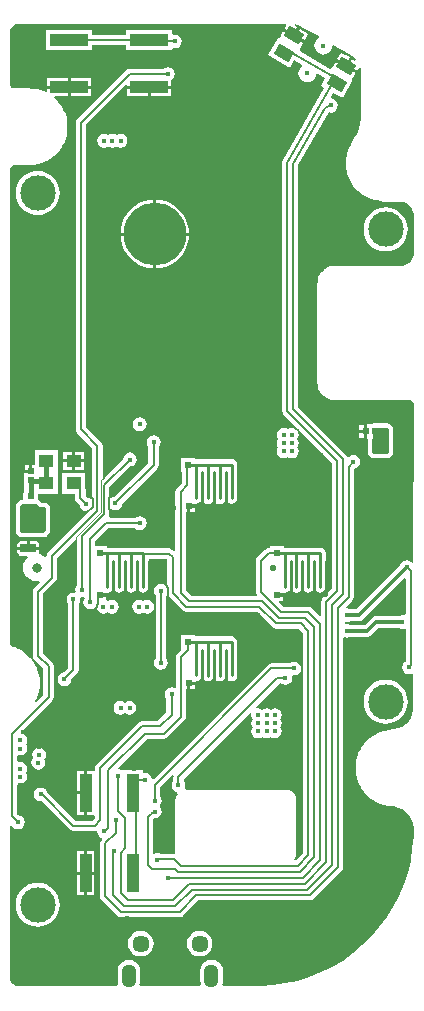
<source format=gbl>
%FSTAX23Y23*%
%MOIN*%
%SFA1B1*%

%IPPOS*%
%AMD21*
4,1,8,0.008300,0.009800,-0.008300,0.009800,-0.010800,0.007300,-0.010800,-0.007300,-0.008300,-0.009800,0.008300,-0.009800,0.010800,-0.007300,0.010800,0.007300,0.008300,0.009800,0.0*
1,1,0.005000,0.008300,0.007300*
1,1,0.005000,-0.008300,0.007300*
1,1,0.005000,-0.008300,-0.007300*
1,1,0.005000,0.008300,-0.007300*
%
%AMD44*
4,1,4,-0.034500,-0.002800,0.014800,-0.031300,0.034500,0.002800,-0.014800,0.031300,-0.034500,-0.002800,0.0*
%
%AMD88*
4,1,8,-0.023600,0.017600,-0.023600,-0.017600,-0.003800,-0.037400,0.003800,-0.037400,0.023600,-0.017600,0.023600,0.017600,0.003800,0.037400,-0.003800,0.037400,-0.023600,0.017600,0.0*
1,1,0.039600,-0.003800,0.017600*
1,1,0.039600,-0.003800,-0.017600*
1,1,0.039600,0.003800,-0.017600*
1,1,0.039600,0.003800,0.017600*
%
%AMD97*
4,1,8,-0.021900,-0.014900,0.021900,-0.014900,0.025600,-0.011200,0.025600,0.011200,0.021900,0.014900,-0.021900,0.014900,-0.025600,0.011200,-0.025600,-0.011200,-0.021900,-0.014900,0.0*
1,1,0.007400,-0.021900,-0.011200*
1,1,0.007400,0.021900,-0.011200*
1,1,0.007400,0.021900,0.011200*
1,1,0.007400,-0.021900,0.011200*
%
%ADD10C,0.009800*%
%ADD11C,0.003900*%
%ADD12C,0.007900*%
%ADD13C,0.005900*%
%ADD14C,0.015700*%
G04~CAMADD=21~8~0.0~0.0~217.0~197.0~25.0~0.0~15~0.0~0.0~0.0~0.0~0~0.0~0.0~0.0~0.0~0~0.0~0.0~0.0~0.0~217.0~197.0*
%ADD21D21*%
%ADD26R,0.022800X0.021300*%
%ADD33R,0.021300X0.022800*%
G04~CAMADD=44~9~0.0~0.0~571.0~394.0~0.0~0.0~0~0.0~0.0~0.0~0.0~0~0.0~0.0~0.0~0.0~0~0.0~0.0~0.0~150.0~690.0~625.0*
%ADD44D44*%
%ADD83C,0.011800*%
%ADD87C,0.057100*%
G04~CAMADD=88~8~0.0~0.0~748.0~472.0~198.0~0.0~15~0.0~0.0~0.0~0.0~0~0.0~0.0~0.0~0.0~0~0.0~0.0~0.0~90.0~472.0~748.0*
%ADD88D88*%
%ADD89C,0.015700*%
%ADD90C,0.031500*%
%ADD91C,0.021700*%
%ADD92C,0.208700*%
%ADD93C,0.118100*%
%ADD94C,0.017700*%
%ADD96R,0.051200X0.043300*%
G04~CAMADD=97~8~0.0~0.0~512.0~299.0~37.0~0.0~15~0.0~0.0~0.0~0.0~0~0.0~0.0~0.0~0.0~0~0.0~0.0~0.0~180.0~512.0~298.0*
%ADD97D97*%
%ADD98R,0.019700X0.019700*%
%ADD99R,0.039400X0.126000*%
%ADD100R,0.126000X0.039400*%
%ADD101C,0.006900*%
%LNright_board-1*%
%LPD*%
G36*
X03376Y04397D02*
X03379Y04393D01*
Y04392*
X03373Y04381*
X03402Y04365*
X03414Y04386*
X03406Y04391*
X03408Y04396*
X03416Y04394*
X03429Y04388*
X03435Y04384*
X03435Y04384*
X03435Y04384*
X03486Y04355*
X03486Y04349*
X0348Y04345*
X03476Y04339*
X03473Y04332*
X03472Y04324*
X03473Y04316*
X03476Y04309*
X0348Y04303*
X03487Y04298*
X03494Y04295*
X03502Y04294*
X03509Y04295*
X03516Y04298*
X03523Y04303*
X03527Y04309*
X0353Y04316*
X03531Y04323*
X03535Y04326*
X03595Y04292*
X03599Y04289*
X03606Y04284*
X03611Y04278*
X03608Y04274*
X03599Y0428*
X03586Y04258*
X03615Y04241*
X03621Y0425*
X03626Y0425*
X03627Y04245*
X03628Y04236*
X03628Y04232*
X03628Y04231*
X03628Y04231*
Y04089*
Y04089*
X03628Y0408*
X03625Y04063*
X03621Y04046*
X03613Y0403*
X03608Y04023*
X03608Y04022*
X03608Y04022*
X03593Y03995*
Y03995*
X03593Y03994*
X03588Y03985*
X03588Y03985*
X03588Y03984*
X03581Y03964*
X03581Y03964*
X0358Y03963*
X03577Y03942*
Y03941*
X03577Y0394*
X03578Y0392*
X03578Y03919*
Y03918*
X03582Y03898*
X03582Y03897*
X03582Y03896*
X0359Y03877*
X0359Y03876*
X03591Y03875*
X03601Y03857*
X03602Y03857*
X03602Y03856*
X03616Y0384*
X03617Y0384*
X03617Y03839*
X03633Y03826*
X03634Y03826*
X03635Y03825*
X03653Y03815*
X03654Y03815*
X03655Y03815*
X03674Y03808*
X03675Y03808*
X03676Y03808*
X03697Y03805*
X03697Y03805*
X03698Y03804*
X03708Y03804*
X03708*
X03708*
X03762*
X03771Y03802*
X03779Y03799*
X03787Y03794*
X03793Y03787*
X03798Y0378*
X03802Y03771*
X03804Y03762*
Y03758*
X03803Y03631*
Y03627*
X03802Y0362*
X03799Y03612*
X03794Y03606*
X03789Y036*
X03782Y03596*
X03775Y03593*
X03767Y03591*
X03763*
X03543*
X03542Y03591*
X03542Y03591*
X03537Y03591*
X03536Y03591*
X03536*
X03526Y03589*
X03525Y03589*
X03524Y03588*
X03515Y03585*
X03514Y03584*
X03513Y03584*
X03505Y03578*
X03504Y03578*
X03504Y03577*
X03497Y0357*
X03496Y03569*
X03495Y03569*
X0349Y0356*
X0349Y03559*
X03489Y03559*
X03485Y0355*
X03485Y03549*
X03485Y03548*
X03483Y03538*
Y03537*
X03483Y03537*
X03482Y03532*
Y03531*
Y03531*
Y03202*
Y03202*
Y03201*
X03483Y03196*
X03483Y03196*
Y03195*
X03485Y03185*
X03485Y03184*
X03485Y03183*
X03489Y03174*
X0349Y03174*
X0349Y03173*
X03495Y03164*
X03496Y03164*
X03497Y03163*
X03504Y03156*
X03504Y03155*
X03505Y03155*
X03513Y03149*
X03514Y03149*
X03515Y03148*
X03524Y03145*
X03525Y03144*
X03526Y03144*
X03536Y03142*
X03536*
X03537Y03142*
X03542Y03142*
X03542*
X03543*
X03791*
X03791*
X03793*
X03798Y0314*
X03801Y03136*
X03803Y03132*
X03803Y0313*
Y03129*
X03803Y03129*
X03802Y02602*
X03797Y026*
X03796Y02602*
X03789Y02607*
X0378Y02608*
X03771Y02607*
X03764Y02602*
X03759Y02594*
X03758Y02592*
X03611Y02445*
X03591*
X03589Y02446*
X0358Y02448*
X03579Y0245*
X03578Y02452*
X03598Y02473*
X03602Y02478*
X03603Y02485*
Y02912*
X03605Y02914*
X03611Y02915*
X03618Y0292*
X03623Y02928*
X03625Y02937*
X03623Y02945*
X03618Y02953*
X03611Y02958*
X03602Y0296*
X03593Y02958*
X03587Y02954*
X03584Y02954*
X03581Y02955*
X03579Y02959*
X03418Y0312*
Y03925*
X03521Y04102*
X03522Y04103*
X03527Y04101*
X03536Y04103*
X03543Y04108*
X03548Y04116*
X0355Y04125*
X03548Y04133*
X03543Y04141*
X03536Y04146*
X0353Y04147*
X03527Y04152*
X03535Y04166*
X03566Y04148*
X03599Y04206*
X03599Y04207*
Y04212*
X0361Y04233*
X03577Y04252*
X03544Y04271*
X03531Y0425*
X03527Y04248*
X03526Y04249*
X03525Y04247*
X03423Y04306*
X03424Y04308*
X03423Y04308*
Y04314*
X03435Y04334*
X03401Y04353*
X03368Y04373*
X03356Y04351*
X03351Y0435*
X0335Y0435*
X03317Y04292*
X0339Y0425*
X03405Y04276*
X0343Y04261*
X0343Y04255*
X03427Y04253*
X03423Y04247*
X0342Y0424*
X03419Y04232*
X0342Y04224*
X03423Y04217*
X03427Y04211*
X03433Y04206*
X03441Y04203*
X03448Y04202*
X03456Y04203*
X03463Y04206*
X03469Y04211*
X03474Y04217*
X03477Y04224*
X03478Y04228*
X03483Y04231*
X03508Y04217*
X03493Y04191*
X03505Y04183*
X03367Y03943*
X03366Y03942*
X03366Y03941*
X03365Y03939*
X03365Y03936*
Y03935*
X03364Y03934*
Y03105*
X03366Y03099*
X03369Y03093*
X03413Y0305*
X0341Y03046*
X03406Y03048*
X03397Y0305*
X03388Y03048*
X03383Y03045*
X03378Y03048*
X0337Y0305*
X03361Y03048*
X03353Y03043*
X03348Y03036*
X03347Y03027*
X03348Y03018*
X03352Y03013*
X03348Y03008*
X03347Y03*
X03348Y02991*
X03352Y02986*
X03348Y02981*
X03347Y02972*
X03348Y02963*
X03353Y02956*
X03361Y02951*
X0337Y02949*
X03378Y02951*
X03383Y02954*
X03388Y02951*
X03397Y02949*
X03406Y02951*
X03414Y02956*
X03419Y02963*
X0342Y02972*
X03419Y02981*
X03415Y02986*
X03419Y02991*
X0342Y03*
X03419Y03008*
X03415Y03013*
X03419Y03018*
X0342Y03027*
X03419Y03036*
X03416Y0304*
X0342Y03043*
X0353Y02933*
Y02512*
X03499Y02482*
X03496Y02476*
X03494Y0247*
Y02425*
X0349Y02423*
X03464Y02449*
X03459Y02452*
X03452Y02454*
X03369*
X03353Y0247*
X03355Y02474*
X03368*
Y02489*
X03348*
Y02499*
X0337*
X03372Y02501*
X03373Y02501*
X0338Y02502*
X03386Y02506*
X0339Y02511*
X03392Y02512*
X03394*
X03395Y02511*
X03399Y02506*
X03405Y02502*
X03412Y02501*
X0342Y02502*
X03426Y02506*
X03429Y02511*
X03431Y02512*
X03433*
X03435Y02511*
X03438Y02506*
X03444Y02502*
X03452Y02501*
X03459Y02502*
X03465Y02506*
X03469Y02511*
X0347Y02512*
X03472*
X03474Y02511*
X03478Y02506*
X03484Y02502*
X03491Y02501*
X03498Y02502*
X03505Y02506*
X03509Y02513*
X0351Y0252*
Y02632*
X03509Y02639*
X03505Y02646*
X03498Y0265*
X03491Y02651*
X0337*
Y02656*
X03323*
Y02649*
X0332*
X03314Y02648*
X03308Y02644*
X03282Y02618*
X03278Y02612*
X03277Y02606*
Y02504*
X03278Y02498*
X03281Y02494*
X03278Y02489*
X03062*
X03043Y02508*
Y0277*
X03048*
Y0279*
X03053*
Y02795*
X03075*
X03077Y02796*
X03078Y02796*
X03085Y02798*
X03091Y02802*
X03095Y02807*
X03097Y02807*
X03099Y02807*
X031Y02807*
X03104Y02801*
X0311Y02797*
X03117Y02796*
X03124Y02797*
X03131Y02801*
X03134Y02806*
X03136Y02807*
X03138*
X0314Y02806*
X03143Y02801*
X03149Y02797*
X03156Y02796*
X03164Y02797*
X0317Y02801*
X03173Y02807*
X03175Y02807*
X03177Y02807*
X03179Y02807*
X03182Y02802*
X03189Y02798*
X03196Y02796*
X03203Y02798*
X03209Y02802*
X03213Y02808*
X03215Y02815*
Y02927*
X03213Y02935*
X03209Y02941*
X03203Y02945*
X03196Y02946*
X03075*
Y02951*
X03028*
Y02904*
X03032*
Y02866*
X03014Y02848*
X0301Y02843*
X03009Y02836*
Y0264*
X03004Y02638*
X02999Y02644*
X02993Y02647*
X02987Y02649*
X0291*
X02908Y0265*
X02901Y02651*
X0278*
Y02656*
X02742*
Y02672*
X02786Y02716*
X02875*
X02881Y02711*
X0289Y0271*
X02899Y02711*
X02907Y02716*
X02912Y02724*
X02913Y02733*
X02912Y02742*
X02907Y02749*
X02899Y02754*
X0289Y02756*
X02881Y02754*
X02875Y0275*
X0279*
X02787Y02755*
X02788Y02756*
X02789Y02762*
Y02778*
X02794Y0278*
X028Y02776*
X02809Y02775*
X02817Y02776*
X02825Y02781*
X0283Y02789*
X02831Y02796*
X02949Y02914*
X02952Y02919*
X02954Y02926*
Y02986*
X02958Y02993*
X0296Y03002*
X02958Y0301*
X02953Y03018*
X02945Y03023*
X02937Y03025*
X02928Y03023*
X0292Y03018*
X02915Y0301*
X02913Y03002*
X02915Y02993*
X02919Y02986*
Y02933*
X02807Y02821*
X028Y02819*
X02794Y02815*
X02789Y02818*
Y02852*
X02859Y02922*
X02867Y02923*
X02874Y02928*
X02879Y02936*
X02881Y02944*
X02879Y02953*
X02874Y02961*
X02867Y02966*
X02858Y02968*
X02849Y02966*
X02841Y02961*
X02836Y02953*
X02835Y02946*
X0277Y02881*
X02766Y02883*
Y02991*
X02764Y02997*
X02761Y03003*
X02711Y03053*
Y0406*
X02845Y04195*
X02849Y04193*
Y0419*
X02922*
X02995*
Y0421*
X03Y04213*
X03005Y04221*
X03007Y0423*
X03005Y04239*
X03Y04246*
X02993Y04251*
X02984Y04253*
X02975Y04251*
X02969Y04247*
X02856*
X02849Y04246*
X02844Y04242*
X02681Y0408*
X02678Y04074*
X02676Y04067*
Y03046*
X02678Y03039*
X02681Y03034*
X02732Y02984*
Y02815*
X02727Y02812*
X02721Y02816*
X02715Y02817*
X0271Y02823*
Y02847*
X02709Y02849*
Y029*
X0263*
Y02829*
X02673*
Y02815*
X02675Y02809*
X02679Y02803*
X0269Y02792*
X02691Y02786*
X02696Y02779*
X02703Y02774*
X02712Y02772*
X02716Y02772*
X02718Y02768*
X02585Y02635*
X02581Y02629*
X0258Y02623*
Y02622*
X02575Y02619*
X02569Y02624*
X02558Y02628*
X02556Y02629*
X02553Y02634*
X02554Y02637*
Y02644*
X02518*
X02482*
Y02637*
X02483Y02632*
X02486Y02627*
X02491Y02624*
X02496Y02623*
X02515*
X02517Y02619*
X02514Y02616*
X02507Y02607*
X02502Y02596*
X02501Y02584*
X02502Y02572*
X02507Y02561*
X02514Y02552*
X02524Y02545*
X02535Y0254*
X02546Y02538*
X02555Y0254*
X02557Y02535*
X02539Y02517*
X02535Y02511*
X02534Y02504*
Y02291*
X02535Y02284*
X02539Y02279*
X02569Y02248*
Y0216*
X02545Y02136*
X02541Y02139*
X02546Y0215*
X02547Y02151*
X02547Y02151*
X02553Y02169*
X02553Y0217*
X02553Y02171*
X02556Y02189*
X02556Y0219*
X02556Y0219*
X02556Y02209*
X02556Y0221*
X02556Y0221*
X02553Y02229*
X02552Y02229*
X02552Y0223*
X02546Y02248*
X02546Y02248*
X02546Y02249*
X02537Y02266*
X02537Y02266*
X02537Y02267*
X02526Y02282*
X02525Y02282*
X02525Y02283*
X02512Y02296*
X02511Y02297*
X0251Y02297*
X02495Y02308*
X02495Y02308*
X02494Y02309*
X02478Y02317*
X02477Y02317*
X02477Y02318*
X02468Y02321*
X02468*
X02467Y02321*
X02465Y02322*
X02462Y02324*
X02459Y02328*
X02458Y02332*
X02458Y02334*
Y03912*
X02458Y03914*
X0246Y03919*
X02463Y03923*
X02468Y03925*
X0247Y03925*
X02522*
X02523*
X02523*
X02532Y03925*
X02533Y03926*
X02533*
X02552Y03929*
X02552Y03929*
X02553Y03929*
X02571Y03935*
X02571Y03935*
X02572Y03936*
X02589Y03944*
X02589Y03945*
X0259Y03945*
X02605Y03956*
X02605Y03956*
X02606Y03957*
X02619Y0397*
X02619Y03971*
X0262Y03971*
X02631Y03986*
X02631Y03987*
X02632Y03988*
X0264Y04004*
X0264Y04005*
X0264Y04006*
X02646Y04023*
X02646Y04024*
X02646Y04025*
X02649Y04043*
Y04044*
X02649Y04045*
X02649Y04063*
X02649Y04064*
X02649Y04065*
X02646Y04083*
X02646Y04084*
X02646Y04085*
X0264Y04102*
X0264Y04103*
X02639Y04104*
X02631Y0412*
X0263Y04121*
X0263Y04121*
X02619Y04136*
X02619Y04137*
X02618Y04138*
X02605Y04151*
X02607Y04155*
X02608Y04156*
X0265*
Y0418*
X02582*
Y04171*
X02577Y04168*
X02571Y04172*
X0257Y04172*
X02569Y04172*
X02552Y04178*
X02551Y04178*
X0255Y04178*
X02532Y04181*
X02531*
X02531Y04181*
X02522Y04182*
X02521*
X02521*
X02471*
X02468Y04182*
X02464Y04184*
X0246Y04187*
X02458Y04192*
X02458Y04194*
Y0437*
X02458Y04372*
X02459Y04377*
X02461Y04382*
X02464Y04387*
X02468Y04391*
X02472Y04394*
X02477Y04396*
X02483Y04397*
X02485Y04397*
X03285*
X03376*
G37*
G36*
X02681Y02676D02*
Y02525D01*
X02677Y02518*
X02675Y02509*
X02676Y02506*
X02672Y02501*
X02669Y02502*
X0266Y025*
X02653Y02495*
X02648Y02488*
X02646Y02479*
X02648Y0247*
X02652Y02464*
Y0225*
X02637Y02235*
X0263Y02233*
X02623Y02228*
X02618Y02221*
X02616Y02212*
X02618Y02203*
X02623Y02196*
X0263Y02191*
X02639Y02189*
X02648Y02191*
X02656Y02196*
X02661Y02203*
X02662Y02212*
X02681Y0223*
X02685Y02236*
X02686Y02243*
Y02464*
X0269Y0247*
X02692Y02479*
X02691Y02483*
X02695Y02487*
X02698Y02486*
X02703Y02487*
X02708Y02483*
X02708Y02483*
X02704Y02477*
X02702Y02468*
X02704Y02459*
X02709Y02452*
X02716Y02447*
X02725Y02445*
X02734Y02447*
X02741Y02452*
X02741Y02452*
X02747Y02451*
X02748Y02445*
X02753Y02438*
X0276Y02433*
X02769Y02431*
X02778Y02433*
X02783Y02436*
X02788Y02433*
X02797Y02431*
X02806Y02433*
X02813Y02438*
X02818Y02445*
X0282Y02454*
X02818Y02463*
X02813Y02471*
X02806Y02476*
X02797Y02477*
X02788Y02476*
X02783Y02472*
X02778Y02476*
X02778Y02476*
Y02489*
X02758*
Y02499*
X02779*
X02782Y02501*
X02782Y02501*
X0279Y02502*
X02796Y02506*
X02799Y02511*
X02801Y02512*
X02803*
X02805Y02511*
X02808Y02506*
X02815Y02502*
X02822Y02501*
X02829Y02502*
X02835Y02506*
X02839Y02511*
X02841Y02512*
X02842*
X02844Y02511*
X02848Y02506*
X02854Y02502*
X02861Y02501*
X02868Y02502*
X02875Y02506*
X02878Y02511*
X0288Y02512*
X02882*
X02884Y02511*
X02887Y02506*
X02893Y02502*
X02901Y02501*
X02908Y02502*
X02914Y02506*
X02918Y02513*
X0292Y0252*
Y02614*
X0298*
X02982Y02612*
Y02524*
X02977Y02522*
X02977Y02524*
X02969Y02529*
X0296Y02531*
X02951Y02529*
X02944Y02524*
X02939Y02516*
X02937Y02507*
X02939Y02499*
X02943Y02492*
Y02282*
X02939Y02276*
X02937Y02267*
X02939Y02258*
X02944Y02251*
X02951Y02246*
X0296Y02244*
X02969Y02246*
X02977Y02251*
X02982Y02258*
X02983Y02267*
X02982Y02276*
X02977Y02282*
Y02489*
X02979Y02491*
X02985Y02491*
X02987Y02487*
X03033Y02442*
X03038Y02439*
X03045Y02437*
X03282*
X03333Y02386*
X03338Y02382*
X03345Y02381*
X03421*
X03435Y02366*
Y01633*
X0341Y01608*
X03407Y01608*
X03405Y01611*
X03405Y01613*
X03407Y01617*
X0341Y01624*
X03412Y0163*
Y01634*
Y0181*
Y01814*
X0341Y0182*
X03407Y01827*
X03406Y01829*
X03404Y01832*
X03399Y01837*
X03396Y01839*
X03394Y0184*
X03387Y01843*
X03381Y01844*
X03043*
X03041Y01849*
Y01849*
X03042Y01858*
X03041Y01867*
X03036Y01873*
Y01879*
X03257Y021*
X03262Y02098*
X03261Y02093*
X03263Y02084*
X03266Y02079*
X03263Y02074*
X03261Y02065*
X03263Y02057*
X03266Y02052*
X03263Y02047*
X03261Y02038*
X03263Y02029*
X03268Y02022*
X03275Y02017*
X03284Y02015*
X03293Y02017*
X03298Y0202*
X03304Y02017*
X03313Y02015*
X03321Y02017*
X03326Y0202*
X03331Y02017*
X0334Y02015*
X03349Y02017*
X03356Y02022*
X03361Y02029*
X03363Y02038*
X03361Y02047*
X03358Y02052*
X03361Y02057*
X03363Y02065*
X03361Y02074*
X03358Y02079*
X03361Y02084*
X03363Y02093*
X03361Y02102*
X03356Y02109*
X03349Y02114*
X0334Y02116*
X03331Y02114*
X03326Y02111*
X03321Y02114*
X03313Y02116*
X03304Y02114*
X03298Y02111*
X03293Y02114*
X03284Y02116*
X03279Y02115*
X03277Y0212*
X03356Y02199*
X03359*
X03366Y02195*
X03375Y02193*
X03383Y02195*
X03391Y022*
X03396Y02207*
X03398Y02216*
X03397Y02221*
X03401Y02225*
X03405Y02225*
X03414Y02226*
X03421Y02231*
X03426Y02239*
X03428Y02248*
X03426Y02256*
X03421Y02264*
X03414Y02269*
X03405Y02271*
X03396Y02269*
X0339Y02265*
X03329*
X03323Y02263*
X03317Y0226*
X02936Y01878*
X0293Y0188*
X02929Y01885*
X02924Y01893*
X02917Y01898*
X02908Y019*
X02904Y01899*
X02901Y01902*
Y0191*
X02834*
X02831Y01908*
X02827Y01911*
X0282Y01912*
X02818Y01917*
X02915Y02014*
X02971*
X02978Y02015*
X02983Y02019*
X03039Y02075*
X03043Y02081*
X03044Y02087*
Y02179*
X03048*
Y02199*
X03053*
Y02204*
X03075*
X03077Y02206*
X03078Y02206*
X03085Y02207*
X03091Y02211*
X03095Y02216*
X03097Y02216*
X03099*
X031Y02216*
X03104Y02211*
X0311Y02207*
X03117Y02205*
X03124Y02207*
X03131Y02211*
X03134Y02216*
X03136Y02216*
X03138*
X0314Y02216*
X03143Y02211*
X03149Y02207*
X03156Y02205*
X03164Y02207*
X0317Y02211*
X03173Y02216*
X03175Y02216*
X03177*
X03179Y02216*
X03182Y02211*
X03189Y02207*
X03196Y02206*
X03203Y02207*
X03209Y02211*
X03213Y02217*
X03215Y02225*
Y02337*
X03213Y02344*
X03209Y0235*
X03203Y02354*
X03196Y02356*
X03075*
Y0236*
X03028*
Y02313*
X03029Y02311*
X03015Y02297*
X03011Y02292*
X0301Y02285*
Y02186*
X03006Y02184*
X03005Y02184*
X02997Y02186*
X02988Y02184*
X0298Y02179*
X02975Y02172*
X02974Y02163*
X02975Y02154*
X02979Y02149*
Y02101*
X02949Y02072*
X02897*
X02891Y0207*
X02885Y02067*
X02745Y01927*
X02742Y01921*
X0274Y01915*
Y0191*
X02739Y01906*
X02735*
X02715*
Y01833*
Y0176*
X02739*
X0274Y01755*
Y01749*
X02733Y01741*
X02676*
X02582Y01835*
X02582Y01837*
X02577Y01845*
X02569Y0185*
X02561Y01851*
X02552Y0185*
X02544Y01845*
X02539Y01837*
X02537Y01828*
X02539Y01819*
X02544Y01812*
X02552Y01807*
X02561Y01805*
X02563Y01806*
X02657Y01712*
X02662Y01708*
X02669Y01707*
X0274*
X02744Y01708*
X02748Y01706*
X02748Y01704*
X0275Y01696*
X02755Y01689*
X02762Y01684*
X02764Y01684*
X02765Y01679*
X02763Y01677*
X02759Y01671*
X02758Y01665*
Y01488*
X02759Y01481*
X02763Y01476*
X02814Y01424*
X0282Y01421*
X02826Y01419*
X03023*
X0303Y01421*
X03035Y01424*
X03085Y01475*
X03456*
X03463Y01476*
X03468Y0148*
X03563Y01574*
X03566Y0158*
X03568Y01586*
Y02349*
X03573Y02352*
X0358Y0235*
X03589Y02352*
X03591Y02353*
X03648*
X03656Y02355*
X03662Y02359*
X03686Y02383*
X03753*
X03754Y02382*
X03763Y0238*
X03771Y02381*
X03776Y02379*
Y02271*
X03771Y02268*
X03766Y0226*
X03764Y02252*
X03766Y02243*
X03771Y02235*
X03778Y0223*
X03787Y02228*
X03796Y0223*
X03798Y02231*
X03802Y02229*
X03802Y02118*
Y02111*
X03799Y02097*
X03794Y02084*
X03786Y02072*
X03776Y02062*
X03765Y02054*
X03752Y02048*
X03738Y02045*
X03731Y02045*
X03731*
X03731*
X03722Y02044*
X03721Y02044*
X0372*
X03703Y0204*
X03702Y0204*
X03701Y0204*
X03685Y02034*
X03684Y02033*
X03683Y02033*
X03668Y02024*
X03667Y02024*
X03666Y02023*
X03652Y02012*
X03652Y02012*
X03651Y02011*
X03639Y01998*
X03638Y01998*
X03638Y01997*
X03627Y01982*
X03627Y01982*
X03627Y01981*
X03619Y01965*
X03619Y01964*
X03618Y01964*
X03613Y01947*
X03613Y01946*
X03612Y01945*
X0361Y01927*
Y01927*
X0361Y01926*
Y01908*
X0361Y01907*
Y01906*
X03612Y01889*
X03613Y01888*
X03613Y01887*
X03618Y0187*
X03618Y01869*
X03619Y01869*
X03626Y01853*
X03627Y01852*
X03627Y01851*
X03637Y01837*
X03638Y01836*
X03638Y01835*
X03651Y01822*
X03651Y01822*
X03652Y01821*
X03666Y0181*
X03667Y0181*
X03667Y01809*
X03683Y01801*
X03684Y018*
X03684Y018*
X03701Y01794*
X03702Y01794*
X03703Y01793*
X0372Y0179*
X03721*
X03721Y01789*
X0373Y01789*
X0373*
X0373*
X03738Y01788*
X03752Y01784*
X03765Y01778*
X03777Y01769*
X03787Y01758*
X03795Y01746*
X038Y01732*
X03803Y01717*
X03803Y0171*
Y0171*
X03803Y01689*
X03799Y01648*
X03793Y01607*
X03783Y01567*
X0377Y01528*
X03754Y0149*
X03734Y01453*
X03713Y01418*
X03688Y01385*
X03661Y01354*
X03631Y01325*
X036Y01298*
X03566Y01274*
X03531Y01253*
X03494Y01235*
X03455Y01219*
X03416Y01207*
X03375Y01198*
X03335Y01192*
X03293Y01189*
X03273Y0119*
X03273*
X03168*
X03164Y01195*
X03166Y01198*
X03167Y01207*
Y01242*
X03166Y01251*
X03162Y01259*
X03157Y01266*
X0315Y01271*
X03142Y01275*
X03133Y01276*
X03125*
X03117Y01275*
X03108Y01271*
X03101Y01266*
X03096Y01259*
X03093Y01251*
X03091Y01242*
Y01207*
X03093Y01198*
X03094Y01195*
X03091Y0119*
X02892*
X02889Y01195*
X0289Y01198*
X02891Y01207*
Y01242*
X0289Y01251*
X02887Y01259*
X02881Y01266*
X02874Y01271*
X02866Y01275*
X02857Y01276*
X0285*
X02841Y01275*
X02833Y01271*
X02826Y01266*
X0282Y01259*
X02817Y01251*
X02816Y01242*
Y01207*
X02817Y01198*
X02819Y01195*
X02815Y0119*
X02486*
X02483*
X02478Y01191*
X02473Y01193*
X02468Y01196*
X02464Y012*
X02461Y01204*
X02459Y01209*
X02458Y01214*
Y01217*
Y01723*
X02459Y01724*
X02465Y01722*
X02467Y01719*
X02475Y01714*
X02484Y01713*
X02493Y01714*
X025Y01719*
X02505Y01727*
X02507Y01736*
X02505Y01745*
X025Y01752*
X02493Y01757*
X02485Y01759*
X02481Y01763*
Y01861*
X02486Y01864*
X02492Y01863*
X02501Y01865*
X02508Y0187*
X02513Y01878*
X02515Y01886*
X02513Y01895*
X0251Y019*
X02513Y01905*
X02514Y01914*
X02513Y01922*
X02508Y0193*
X025Y01935*
X02491Y01937*
X02486Y01936*
X02481Y0194*
Y01955*
X02486Y01959*
X02492Y01958*
X02501Y0196*
X02508Y01965*
X02513Y01972*
X02515Y01981*
X02513Y0199*
X0251Y01995*
X02513Y02*
X02515Y02008*
X02513Y02017*
X02508Y02025*
X02501Y0203*
X02495Y02031*
X02493Y02036*
X02598Y02141*
X02602Y02147*
X02603Y02153*
Y02255*
X02602Y02262*
X02598Y02268*
X02568Y02298*
Y02497*
X02609Y02539*
X02613Y02544*
X02614Y02551*
Y02616*
X02677Y02678*
X02681Y02676*
G37*
G36*
X03776Y02546D02*
Y02428D01*
X03771Y02425*
X03763Y02426*
X03754Y02424*
X03753Y02423*
X03678*
X0367Y02422*
X03664Y02417*
X0364Y02394*
X03591*
X03589Y02395*
X0358Y02397*
X03576Y02396*
X03571Y02399*
X03576Y02403*
X0358Y02402*
X03589Y02403*
X03591Y02405*
X0362*
X03627Y02406*
X03634Y02411*
X03771Y02548*
X03776Y02546*
G37*
G36*
X03003Y0189D02*
X03002Y01886D01*
Y01873*
X02998Y01867*
X02996Y01858*
X02998Y01849*
X03003Y01841*
X0301Y01836*
X03014Y01836*
X03015Y01834*
X03016Y0183*
X03014Y01827*
X0301Y0182*
X0301Y01817*
X03009Y01814*
Y0181*
Y01634*
Y01633*
X03005Y01629*
X03004Y01629*
X02962*
X02957Y01632*
X02948Y01634*
X0294Y01632*
X02938Y01631*
X02934Y01634*
Y01744*
X02938Y01748*
X02938Y01749*
X0294Y01748*
X02949Y0175*
X02957Y01755*
X02962Y01762*
X02964Y01771*
X02962Y0178*
X02957Y01788*
Y0179*
X02962Y01798*
X02964Y01807*
X02962Y01815*
X02958Y01822*
Y01852*
X02998Y01892*
X03003Y0189*
G37*
%LNright_board-2*%
%LPC*%
G36*
X02999Y04376D02*
X02845D01*
Y0436*
X02731*
Y04376*
X02578*
Y0431*
X02731*
Y04326*
X02845*
Y0431*
X02999*
Y04313*
X03003Y04316*
X03007Y04315*
X03016Y04317*
X03024Y04322*
X03029Y04329*
X03031Y04338*
X03029Y04347*
X03024Y04354*
X03016Y04359*
X03007Y04361*
X03003Y0436*
X02999Y04363*
Y04376*
G37*
G36*
X03423Y04381D02*
X03411Y0436D01*
X0344Y04343*
X03452Y04364*
X03423Y04381*
G37*
G36*
X03561Y04301D02*
X03549Y0428D01*
X03578Y04263*
X0359Y04285*
X03561Y04301*
G37*
G36*
X02728Y04215D02*
X0266D01*
Y0419*
X02728*
Y04215*
G37*
G36*
X0265D02*
X02582D01*
Y0419*
X0265*
Y04215*
G37*
G36*
X02995Y0418D02*
X02927D01*
Y04156*
X02995*
Y0418*
G37*
G36*
X02917D02*
X02849D01*
Y04156*
X02917*
Y0418*
G37*
G36*
X02728D02*
X0266D01*
Y04156*
X02728*
Y0418*
G37*
G36*
X02826Y04031D02*
X02817Y04029D01*
X02813Y04025*
X02808Y04029*
X02799Y04031*
X0279Y04029*
X02785Y04025*
X0278Y04029*
X02771Y04031*
X02762Y04029*
X02755Y04024*
X0275Y04016*
X02748Y04007*
X0275Y03999*
X02755Y03991*
X02762Y03986*
X02771Y03984*
X0278Y03986*
X02785Y03989*
X0279Y03986*
X02799Y03984*
X02808Y03986*
X02813Y03989*
X02817Y03986*
X02826Y03984*
X02835Y03986*
X02843Y03991*
X02848Y03999*
X02849Y04007*
X02848Y04016*
X02843Y04024*
X02835Y04029*
X02826Y04031*
G37*
G36*
X0255Y03906D02*
X02536Y03905D01*
X02522Y039*
X02509Y03894*
X02498Y03885*
X02489Y03874*
X02482Y03861*
X02478Y03847*
X02477Y03833*
X02478Y03819*
X02482Y03805*
X02489Y03792*
X02498Y03781*
X02509Y03772*
X02522Y03765*
X02536Y03761*
X0255Y0376*
X02564Y03761*
X02578Y03765*
X02591Y03772*
X02602Y03781*
X02611Y03792*
X02618Y03805*
X02622Y03819*
X02623Y03833*
X02622Y03847*
X02618Y03861*
X02611Y03874*
X02602Y03885*
X02591Y03894*
X02578Y039*
X02564Y03905*
X0255Y03906*
G37*
G36*
X02945Y03811D02*
Y03701D01*
X03054*
X03053Y03714*
X03049Y03732*
X03042Y03748*
X03033Y03764*
X03021Y03777*
X03008Y03789*
X02992Y03799*
X02976Y03805*
X02958Y0381*
X02945Y03811*
G37*
G36*
X02935D02*
X02922Y0381D01*
X02905Y03805*
X02888Y03799*
X02873Y03789*
X02859Y03777*
X02847Y03764*
X02838Y03748*
X02831Y03732*
X02827Y03714*
X02826Y03701*
X02935*
Y03811*
G37*
G36*
X0371Y03785D02*
X03695Y03784D01*
X03682Y0378*
X03669Y03773*
X03658Y03764*
X03649Y03753*
X03642Y0374*
X03638Y03726*
X03636Y03712*
X03638Y03698*
X03642Y03684*
X03649Y03671*
X03658Y0366*
X03669Y03651*
X03682Y03644*
X03695Y0364*
X0371Y03639*
X03724Y0364*
X03738Y03644*
X0375Y03651*
X03761Y0366*
X0377Y03671*
X03777Y03684*
X03781Y03698*
X03783Y03712*
X03781Y03726*
X03777Y0374*
X0377Y03753*
X03761Y03764*
X0375Y03773*
X03738Y0378*
X03724Y03784*
X0371Y03785*
G37*
G36*
X03054Y03691D02*
X02945D01*
Y03582*
X02958Y03583*
X02976Y03587*
X02992Y03594*
X03008Y03604*
X03021Y03615*
X03033Y03629*
X03042Y03644*
X03049Y03661*
X03053Y03678*
X03054Y03691*
G37*
G36*
X02935D02*
X02826D01*
X02827Y03678*
X02831Y03661*
X02838Y03644*
X02847Y03629*
X02859Y03615*
X02873Y03604*
X02888Y03594*
X02905Y03587*
X02922Y03583*
X02935Y03582*
Y03691*
G37*
G36*
X03639Y03059D02*
X03622D01*
Y03043*
X03639*
Y03059*
G37*
G36*
X0289Y03086D02*
X02881Y03084D01*
X02874Y03079*
X02869Y03071*
X02867Y03063*
X02869Y03054*
X02874Y03046*
X02881Y03041*
X0289Y03039*
X02899Y03041*
X02907Y03046*
X02912Y03054*
X02913Y03063*
X02912Y03071*
X02907Y03079*
X02899Y03084*
X0289Y03086*
G37*
G36*
X03639Y03033D02*
X03622D01*
Y03017*
X03639*
Y03033*
G37*
G36*
X03716Y03065D02*
X03669D01*
X03663Y03064*
X03661Y03062*
X03649*
Y03059*
X03649*
Y03038*
Y03017*
X03649*
Y03014*
X03651*
Y02968*
X03652Y02963*
X03655Y02958*
X03659Y02954*
X03663Y02951*
X03669Y0295*
X03716*
X03721Y02951*
X03726Y02954*
X0373Y02958*
X03733Y02963*
X03734Y02968*
Y03047*
X03733Y03052*
X0373Y03057*
X03726Y03061*
X03721Y03064*
X03716Y03065*
G37*
G36*
X02705Y02971D02*
X02675D01*
Y02945*
X02705*
Y02971*
G37*
G36*
X02665D02*
X02634D01*
Y02945*
X02665*
Y02971*
G37*
G36*
X02522Y02927D02*
X02506D01*
Y02911*
X02522*
Y02927*
G37*
G36*
X02705Y02935D02*
X02675D01*
Y02908*
X02705*
Y02935*
G37*
G36*
X02665D02*
X02634D01*
Y02908*
X02665*
Y02935*
G37*
G36*
X03073Y02785D02*
X03058D01*
Y0277*
X03073*
Y02785*
G37*
G36*
X02619Y02975D02*
X0254D01*
Y02927*
X02532*
Y02906*
X02527*
Y02901*
X02506*
Y029*
X02503*
Y0285*
X02505*
Y02838*
X02503Y02836*
X02502Y0283*
Y02815*
X02503Y02813*
X02499Y02809*
X02496*
X0249Y02808*
X02486Y02805*
X02482Y02801*
X02479Y02796*
X02478Y02791*
Y02763*
Y02704*
X02479Y02699*
X02482Y02694*
X02486Y0269*
X0249Y02687*
X02496Y02686*
X0257*
X02576Y02687*
X0258Y0269*
X02588Y02698*
X02591Y02703*
X02592Y02708*
Y02783*
X02591Y02788*
X02588Y02793*
X02584Y02797*
X0258Y028*
X02574Y02801*
X02572*
X0257Y02801*
X02569*
X02567Y02801*
X0256*
X02557Y02805*
X02552Y02808*
X02552*
X02551Y02809*
X02552Y02815*
Y02829*
X02619*
Y029*
Y02904*
Y02975*
G37*
G36*
X0254Y02674D02*
X02523D01*
Y02654*
X02554*
Y0266*
X02553Y02665*
X0255Y0267*
X02545Y02673*
X0254Y02674*
G37*
G36*
X02513D02*
X02496D01*
X02491Y02673*
X02486Y0267*
X02483Y02665*
X02482Y0266*
Y02654*
X02513*
Y02674*
G37*
G36*
X02915Y02477D02*
X02906Y02476D01*
X02901Y02472*
X02896Y02476*
X02887Y02477*
X02879Y02476*
X02871Y02471*
X02866Y02463*
X02864Y02454*
X02866Y02445*
X02871Y02438*
X02879Y02433*
X02887Y02431*
X02896Y02433*
X02901Y02436*
X02906Y02433*
X02915Y02431*
X02924Y02433*
X02931Y02438*
X02936Y02445*
X02938Y02454*
X02936Y02463*
X02931Y02471*
X02924Y02476*
X02915Y02477*
G37*
G36*
X03073Y02194D02*
X03058D01*
Y02179*
X03073*
Y02194*
G37*
G36*
X02856Y0214D02*
X02847Y02138D01*
X02841Y02134*
X02834Y02138*
X02826Y0214*
X02817Y02138*
X02809Y02133*
X02804Y02126*
X02803Y02117*
X02804Y02108*
X02809Y021*
X02817Y02095*
X02826Y02094*
X02834Y02095*
X02841Y021*
X02847Y02095*
X02856Y02094*
X02865Y02095*
X02872Y021*
X02877Y02108*
X02879Y02117*
X02877Y02126*
X02872Y02133*
X02865Y02138*
X02856Y0214*
G37*
G36*
X0371Y0221D02*
X03695Y02209D01*
X03682Y02205*
X03669Y02198*
X03658Y02189*
X03649Y02178*
X03642Y02165*
X03638Y02151*
X03636Y02137*
X03638Y02123*
X03642Y02109*
X03649Y02096*
X03658Y02085*
X03669Y02076*
X03682Y02069*
X03695Y02065*
X0371Y02064*
X03724Y02065*
X03738Y02069*
X0375Y02076*
X03761Y02085*
X0377Y02096*
X03777Y02109*
X03781Y02123*
X03783Y02137*
X03781Y02151*
X03777Y02165*
X0377Y02178*
X03761Y02189*
X0375Y02198*
X03738Y02205*
X03724Y02209*
X0371Y0221*
G37*
G36*
X02554Y01984D02*
X02545Y01982D01*
X02538Y01977*
X02533Y01969*
X02531Y01961*
X02533Y01952*
X02535Y01949*
X02531Y01943*
X02529Y01934*
X02531Y01925*
X02536Y01918*
X02543Y01913*
X02552Y01911*
X02561Y01913*
X02568Y01918*
X02573Y01925*
X02575Y01934*
X02573Y01943*
X02572Y01946*
X02576Y01952*
X02577Y01961*
X02576Y01969*
X02571Y01977*
X02563Y01982*
X02554Y01984*
G37*
G36*
X02705Y01906D02*
X0268D01*
Y01838*
X02705*
Y01906*
G37*
G36*
Y01828D02*
X0268D01*
Y0176*
X02705*
Y01828*
G37*
G36*
X02739Y01638D02*
X02715D01*
Y0157*
X02739*
Y01638*
G37*
G36*
X02705D02*
X0268D01*
Y0157*
X02705*
Y01638*
G37*
G36*
X02739Y0156D02*
X02715D01*
Y01492*
X02739*
Y0156*
G37*
G36*
X02705D02*
X0268D01*
Y01492*
X02705*
Y0156*
G37*
G36*
X0255Y01533D02*
X02536Y01532D01*
X02522Y01528*
X02509Y01521*
X02498Y01512*
X02489Y01501*
X02482Y01488*
X02478Y01474*
X02477Y0146*
X02478Y01446*
X02482Y01432*
X02489Y0142*
X02498Y01408*
X02509Y01399*
X02522Y01393*
X02536Y01388*
X0255Y01387*
X02564Y01388*
X02578Y01393*
X02591Y01399*
X02602Y01408*
X02611Y0142*
X02618Y01432*
X02622Y01446*
X02623Y0146*
X02622Y01474*
X02618Y01488*
X02611Y01501*
X02602Y01512*
X02591Y01521*
X02578Y01528*
X02564Y01532*
X0255Y01533*
G37*
G36*
X0309Y01373D02*
X03079Y01372D01*
X03068Y01368*
X0306Y01361*
X03053Y01352*
X03049Y01342*
X03047Y01331*
X03049Y0132*
X03053Y01309*
X0306Y01301*
X03068Y01294*
X03079Y01289*
X0309Y01288*
X03101Y01289*
X03111Y01294*
X0312Y01301*
X03127Y01309*
X03131Y0132*
X03132Y01331*
X03131Y01342*
X03127Y01352*
X0312Y01361*
X03111Y01368*
X03101Y01372*
X0309Y01373*
G37*
G36*
X02893D02*
X02882Y01372D01*
X02872Y01368*
X02863Y01361*
X02856Y01352*
X02852Y01342*
X0285Y01331*
X02852Y0132*
X02856Y01309*
X02863Y01301*
X02872Y01294*
X02882Y01289*
X02893Y01288*
X02904Y01289*
X02914Y01294*
X02923Y01301*
X0293Y01309*
X02934Y0132*
X02936Y01331*
X02934Y01342*
X0293Y01352*
X02923Y01361*
X02914Y01368*
X02904Y01372*
X02893Y01373*
G37*
%LNright_board-3*%
%LPD*%
G36*
X0372Y03047D02*
Y02968D01*
X03716Y02964*
X03669*
X03665Y02968*
Y03014*
X03669*
Y03051*
X03716*
X0372Y03047*
G37*
G36*
X02555Y02787D02*
X02567D01*
X02569Y02787*
X02572Y02787*
X02574*
X02578Y02783*
Y02708*
X0257Y027*
X02496*
X02492Y02704*
Y02759*
Y02763*
Y02771*
Y02791*
X02496Y02795*
X02547*
X02555Y02787*
G37*
G54D10*
X03166Y0279D02*
X03176D01*
X03137D02*
X03166D01*
X0313D02*
X03137D01*
X03097D02*
X0313D01*
X03176D02*
X03216D01*
X03063D02*
X03097D01*
X02756Y02632D02*
X02782D01*
Y0252D02*
Y02632D01*
X03156Y02927D02*
X03196D01*
X03117D02*
X03156D01*
X03078D02*
X03117D01*
X03051D02*
X03078D01*
X02901Y02631D02*
Y02632D01*
Y0252D02*
Y02631D01*
X02894Y02632D02*
X02901D01*
X02861D02*
X02894D01*
X02822D02*
X02861D01*
X02782D02*
X02822D01*
X03156Y02337D02*
X03196D01*
X03117D02*
X03156D01*
X03078D02*
X03117D01*
X03053D02*
X03078D01*
X03051D02*
X03053D01*
X03511Y02494D02*
Y02606D01*
X03346Y02632D02*
X03491D01*
Y0252D02*
Y02632D01*
X03348Y02494D02*
X03358D01*
X03511*
X03471D02*
Y02606D01*
X03432Y02494D02*
Y02606D01*
X03393Y02494D02*
Y02606D01*
X03373Y0252D02*
Y02632D01*
X03412Y0252D02*
Y02632D01*
X03452Y0252D02*
Y02632D01*
X02861Y0252D02*
Y02632D01*
X02822Y0252D02*
Y02632D01*
X02802Y02494D02*
Y02606D01*
X02842Y02494D02*
Y02606D01*
X02881Y02494D02*
Y02606D01*
X02768Y02494D02*
X0292D01*
X02758D02*
X02768D01*
X0292D02*
Y02606D01*
X03156Y02224D02*
Y02337D01*
X03117Y02224D02*
Y02337D01*
X03078Y02225D02*
Y02337D01*
X03097Y02199D02*
Y02311D01*
X03137Y02199D02*
Y02311D01*
X03176Y02199D02*
Y02311D01*
X03063Y02199D02*
X03216D01*
X03053D02*
X03063D01*
X03196Y02225D02*
Y02337D01*
X03216Y02199D02*
Y02311D01*
X03156Y02815D02*
Y02927D01*
X03117Y02815D02*
Y02927D01*
X03078Y02815D02*
Y02927D01*
X03097Y0279D02*
Y02902D01*
X03137Y0279D02*
Y02902D01*
X03176Y0279D02*
Y02902D01*
X03053Y0279D02*
X03063D01*
X03196Y02815D02*
Y02927D01*
X03216Y0279D02*
Y02902D01*
G54D11*
X0276Y02875D02*
X0277Y02884D01*
X0276Y02768D02*
Y02875D01*
X02679Y02687D02*
X0276Y02768D01*
X02679Y02675D02*
Y02687D01*
G54D12*
X02691Y02815D02*
X02712Y02795D01*
X02691Y02815D02*
Y02847D01*
X02674Y02865D02*
X02691Y02847D01*
X0267Y02865D02*
X02674D01*
G54D13*
X03026Y02836D02*
X03049Y02859D01*
X03026Y02501D02*
Y02836D01*
Y02501D02*
X03055Y02472D01*
X0378Y02585D02*
X03793Y02572D01*
X0378Y02585D02*
D01*
X03421Y03038D02*
D01*
X03409Y0305D02*
X03421Y03038D01*
X02728Y02818D02*
X02733Y02814D01*
Y02787D02*
Y02814D01*
X02711Y02765D02*
X02733Y02787D01*
X02789Y02781D02*
X02796Y02774D01*
X02789Y02781D02*
Y02818D01*
X02793Y02822*
X02772Y02762D02*
Y02859D01*
X02698Y02689D02*
X02772Y02762D01*
Y02859D02*
X02857Y02943D01*
X02984Y0249D02*
Y02515D01*
X0298Y02519D02*
X02984Y02515D01*
X0298Y02519D02*
Y02526D01*
X02744Y02451D02*
X02746Y02453D01*
Y0246*
X0275Y02464*
Y02486*
X02758Y02494*
X02464Y01755D02*
X02484Y01736D01*
X02464Y02031D02*
X02586Y02153D01*
X02464Y01755D02*
Y02031D01*
X02698Y02509D02*
Y02689D01*
X02749Y02774D02*
Y02991D01*
X02597Y02623D02*
X02749Y02774D01*
X02597Y02551D02*
Y02623D01*
X02937Y02926D02*
Y02998D01*
X02809Y02798D02*
X02937Y02926D01*
Y02998D02*
X02938Y02999D01*
X02908Y02031D02*
X02971D01*
X03027Y02087D02*
Y02285D01*
X02971Y02031D02*
X03027Y02087D01*
X02785Y01908D02*
X02908Y02031D01*
X02757Y01742D02*
Y01915D01*
X02897Y02055D02*
X02956D01*
X02757Y01915D02*
X02897Y02055D01*
X02785Y01716D02*
Y01908D01*
X03586Y02485D02*
Y02919D01*
X03551Y01586D02*
Y02449D01*
X03586Y02485*
X03531Y01594D02*
Y02459D01*
X03566Y02495D02*
Y02947D01*
X03531Y02459D02*
X03566Y02495D01*
X03547Y02505D02*
Y0294D01*
X03511Y01602D02*
Y0247D01*
X03547Y02505*
X02693Y03046D02*
Y04067D01*
Y03046D02*
X02749Y02991D01*
X02693Y04067D02*
X02856Y0423D01*
X03401Y03113D02*
Y03929D01*
X03381Y03105D02*
X03547Y0294D01*
X03381Y03105D02*
Y03934D01*
X03401Y03113D02*
X03566Y02947D01*
X02826Y015D02*
Y01632D01*
X02842Y01648D02*
Y0175D01*
X02826Y01632D02*
X02842Y01648D01*
X02818Y01773D02*
Y01889D01*
Y01773D02*
X02842Y0175D01*
X02917Y01594D02*
X0293Y01581D01*
X03007*
X02917Y01594D02*
Y01752D01*
X02927Y01762*
X02985Y01551D02*
X03433D01*
X02984Y0155D02*
X02985Y01551D01*
X03023Y01437D02*
X03078Y01492D01*
X02775Y01488D02*
X02826Y01437D01*
X03023*
X03078Y01492D02*
X03456D01*
X03551Y01586*
X03063Y01511D02*
X03448D01*
X03007Y01456D02*
X03063Y01511D01*
X02838Y01456D02*
X03007D01*
X03Y01476D02*
X03055Y01531D01*
X0285Y01476D02*
X03D01*
X03055Y01531D02*
X0344D01*
X03448Y01511D02*
X03531Y01594D01*
X0344Y01531D02*
X03511Y01602D01*
X03433Y01551D02*
X03492Y0161D01*
X03007Y01581D02*
X03018Y0157D01*
X03425*
X03472Y01618*
X03026Y0159D02*
X03417D01*
X03004Y01612D02*
X03026Y0159D01*
X03417D02*
X03452Y01626D01*
X02949Y01612D02*
X03004D01*
X03492Y0161D02*
Y02397D01*
X03472Y01618D02*
Y02385D01*
X03452Y02437D02*
X03492Y02397D01*
X0344Y02417D02*
X03472Y02385D01*
X03452Y01626D02*
Y02374D01*
X03428Y02398D02*
X03452Y02374D01*
X0296Y02267D02*
Y02507D01*
X02669Y02243D02*
Y02479D01*
X02639Y02213D02*
X02669Y02243D01*
X02639Y02212D02*
Y02213D01*
X02725Y02679D02*
X02779Y02733D01*
X02889*
X02725Y02468D02*
Y02679D01*
X02551Y02504D02*
X02597Y02551D01*
X02551Y02291D02*
Y02504D01*
X03793Y02261D02*
Y02572D01*
X03787Y02255D02*
X03793Y02261D01*
X03787Y02252D02*
Y02255D01*
X02856Y0423D02*
X02984D01*
X02551Y02291D02*
X02586Y02255D01*
Y02153D02*
Y02255D01*
X03019Y01858D02*
Y01886D01*
X03349Y02216*
X03375*
X0294Y01859D02*
X03329Y02248D01*
X0294Y01807D02*
Y01859D01*
X03329Y02248D02*
X03405D01*
X02996Y02094D02*
Y02161D01*
X02956Y02055D02*
X02996Y02094D01*
X0274Y01724D02*
X02757Y01742D01*
X03586Y02919D02*
X03602Y02935D01*
X03Y025D02*
X03045Y02454D01*
X03Y025D02*
Y02619D01*
X02987Y02631D02*
X03Y02619D01*
X02661Y04346D02*
X02664Y04343D01*
X02922*
X02968Y04338D02*
X03007D01*
X02811Y017D02*
Y01744D01*
X02775Y01665D02*
X02811Y017D01*
X02826Y015D02*
X0285Y01476D01*
X02927Y01762D02*
X02928D01*
X02937Y01771*
X0294*
X03055Y02472D02*
X03299D01*
X03045Y02454D02*
X03289D01*
X03299Y02472D02*
X03354Y02417D01*
X03345Y02398D02*
X03428D01*
X03289Y02454D02*
X03345Y02398D01*
X03354Y02417D02*
X0344D01*
X03362Y02437D02*
X03452D01*
X03294Y02504D02*
X03362Y02437D01*
X03294Y02504D02*
Y02606D01*
X03602Y02935D02*
Y02937D01*
X03508Y04115D02*
X03527Y04125D01*
X03401Y03929D02*
X03508Y04115D01*
X03381Y03934D02*
X03532Y04195D01*
X03546Y04198*
X02775Y01488D02*
Y01665D01*
X02801Y01639D02*
X02803Y01641D01*
X02801Y01494D02*
Y01639D01*
Y01494D02*
X02838Y01456D01*
X02867Y01833D02*
X02876Y01824D01*
Y01574D02*
Y01824D01*
X02867Y01565D02*
X02876Y01574D01*
X02774Y01705D02*
X02785Y01716D01*
X02771Y01705D02*
X02774D01*
X02864Y01856D02*
X02884Y01877D01*
X02864Y01851D02*
Y01856D01*
X02884Y01877D02*
X02908D01*
X03027Y02285D02*
X03051Y02309D01*
X02901Y02631D02*
X02987D01*
X02948Y01611D02*
X02949Y01612D01*
X0332Y02632D02*
X03344D01*
X03294Y02606D02*
X0332Y02632D01*
X03049Y02925D02*
X0305Y02926D01*
X03049Y02859D02*
Y02925D01*
X03051Y02309D02*
Y02337D01*
X02669Y01724D02*
X0274D01*
X02565Y01828D02*
X02669Y01724D01*
X02561Y01828D02*
X02565D01*
G54D14*
X02579Y0286D02*
Y0294D01*
Y0286D02*
D01*
X02528Y02874D02*
X02573D01*
X02527Y02822D02*
Y02873D01*
G54D21*
X02527Y02787D03*
Y02822D03*
G54D26*
X03674Y03038D03*
X03644D03*
G54D33*
X02527Y02875D03*
Y02906D03*
G54D44*
X03579Y04256D03*
X03546Y04198D03*
X03404Y04358D03*
X0337Y043D03*
G54D83*
X0358Y02425D02*
X0362D01*
X0378Y02585*
X0358Y02374D02*
X03648D01*
X03678Y02403*
X03763*
G54D87*
X02893Y01331D03*
X0309D03*
G54D88*
X02854Y01224D03*
X03129D03*
G54D89*
X03502Y04324D03*
X03448Y04232D03*
G54D90*
X02546Y02584D03*
G54D91*
X03334Y02584D03*
G54D92*
X0294Y03696D03*
G54D93*
X0255Y0146D03*
X0371Y02137D03*
Y03712D03*
X0255Y03833D03*
G54D94*
X03005Y02783D03*
X02555Y01987D03*
X02712Y02795D03*
X02856Y02117D03*
X02826D03*
X02492Y01886D03*
X02491Y01914D03*
X02915Y02454D03*
X02887D03*
X02552Y01934D03*
X02554Y01961D03*
X02575Y01858D03*
X02797Y02454D03*
X02769D03*
X02809Y02798D03*
X03332Y023D03*
X03517Y03064D03*
X03495Y02961D03*
X03489Y03064D03*
X02984Y0155D03*
X02849Y01417D03*
X0358Y02374D03*
Y02425D03*
X03422Y02353D03*
Y023D03*
Y02326D03*
X03602Y01633D03*
Y01771D03*
X02492Y01981D03*
Y02008D03*
X03763Y02403D03*
X0296Y02267D03*
X02771Y04007D03*
X02639Y02212D03*
X02669Y02479D03*
X02698Y02509D03*
X02774Y03051D03*
X02937Y03002D03*
X02839Y02789D03*
X02604Y02428D03*
X02577D03*
X02631D03*
X02725Y02468D03*
X0289Y02733D03*
Y03063D03*
X02858Y02944D03*
X0289Y02943D03*
X02949Y03034D03*
X03225Y02426D03*
X03787Y02252D03*
X02976Y01716D03*
X03752Y02468D03*
X03405Y02165D03*
X02637Y01633D03*
X03326Y01889D03*
X03189D03*
X03464Y03189D03*
Y03326D03*
Y03464D03*
X03602Y0374D03*
X03464Y03602D03*
Y0374D03*
Y03878D03*
X03326Y04015D03*
Y04153D03*
X03189Y04291D03*
X03051Y04153D03*
Y04015D03*
X03189Y04153D03*
Y04015D03*
X02779Y03878D03*
X02913D03*
X02637D03*
X03051D03*
X03189D03*
Y0374D03*
X03326Y03878D03*
Y0374D03*
Y03326D03*
X03189D03*
Y03602D03*
Y03464D03*
X03326Y03602D03*
Y03464D03*
X025Y0374D03*
Y03602D03*
X02637Y0374D03*
Y03602D03*
X025Y03464D03*
Y03326D03*
X02637Y03464D03*
Y03326D03*
X02775Y03464D03*
Y03326D03*
X02913Y03464D03*
Y03326D03*
X03051Y03464D03*
Y03326D03*
X03326Y03051D03*
Y03189D03*
X03189Y03051D03*
Y03189D03*
X03051Y03051D03*
Y03189D03*
X02913D03*
X02775D03*
X02637Y03051D03*
Y03189D03*
X025Y03051D03*
Y03189D03*
X0374Y01496D03*
Y01633D03*
X03602Y01496D03*
Y01358D03*
X0374Y01771D03*
X03464Y01358D03*
X03326Y0122D03*
Y01358D03*
X03189Y0122D03*
Y01358D03*
X02799Y04007D03*
X02984Y0423D03*
X02826Y04007D03*
X03Y04185D03*
X025Y02035D03*
X02728Y01224D03*
X025Y01535D03*
Y01358D03*
Y0122D03*
X02637Y01358D03*
X02728Y01263D03*
Y01303D03*
X02637Y0122D03*
X03613Y02198D03*
X03677Y02976D03*
X03708Y03031D03*
X02811Y02327D03*
Y02426D03*
X0293Y02327D03*
Y02426D03*
X03284Y02038D03*
Y02065D03*
Y02093D03*
X03313D03*
Y02065D03*
X0334Y02093D03*
Y02065D03*
X03313Y02038D03*
X0334D03*
X0296Y01964D03*
X02944Y02118D03*
X03052Y02138D03*
X02997Y02163D03*
X02492Y01948D03*
X02704Y01992D03*
X02688Y02113D03*
X02492Y01858D03*
X02484Y01736D03*
X02496Y01767D03*
Y01815D03*
X037Y0294D03*
X0287Y01913D03*
X02771Y01964D03*
X02673Y01787D03*
X03417Y02468D03*
X03389D03*
X0324Y02854D03*
Y02881D03*
X02944Y02547D03*
X0296Y02507D03*
X03126Y02173D03*
X03157D03*
X0324Y02232D03*
Y02267D03*
X02858Y02472D03*
X02944Y02574D03*
X0283Y02472D03*
X03397Y02972D03*
X0337D03*
X03397Y03D03*
Y03027D03*
X0337Y03D03*
Y03027D03*
X0378Y02585D03*
Y02809D03*
X03043Y01284D03*
X03375Y02216D03*
X02536Y02752D03*
X02507D03*
X02818Y01889D03*
X02746Y01569D03*
Y01506D03*
Y01538D03*
X02681Y04224D03*
X03007Y04338D03*
X03405Y02248D03*
X0294Y01807D03*
X02811Y01744D03*
X0294Y01771D03*
X03019Y01858D03*
X02637Y04224D03*
X02858Y04252D03*
X02795D03*
X02826Y04287D03*
X02576Y02326D03*
X02603D03*
X02629D03*
X02753Y02426D03*
Y02327D03*
X03602Y02937D03*
X02803Y01641D03*
X03527Y04125D03*
X02771Y01705D03*
X02908Y01877D03*
X02948Y01611D03*
X02561Y01828D03*
X02711Y01754D03*
X02679Y02977D03*
X02649D03*
X03295Y0281D03*
X03258D03*
X0313Y02781D03*
X03166Y02782D03*
X03233Y02778D03*
X02712Y02934D03*
X02527Y02935D03*
X02644Y0281D03*
X02607D03*
X02569D03*
X03396Y02912D03*
X0351Y02878D03*
X03523Y02768D03*
Y02741D03*
Y02712D03*
Y02685D03*
Y02657D03*
X03394Y02366D03*
Y02337D03*
X03481Y02878D03*
X0345D03*
X03607Y02978D03*
X03708Y03003D03*
Y02976D03*
X03615Y03037D03*
Y03065D03*
X0256Y02718D03*
X02871Y02327D03*
X02872Y02426D03*
X02992Y02325D03*
X02989Y02426D03*
X0305D03*
X03108D03*
X03166D03*
X03285Y02426D03*
X03294Y02327D03*
X03332Y02338D03*
X03364D03*
X03043Y01376D03*
X03366Y04384D03*
X03446Y04338D03*
X03542Y04282D03*
X03615Y04227D03*
G54D96*
X02579Y02865D03*
X0267D03*
Y0294D03*
X02579D03*
G54D97*
X02518Y02719D03*
Y02649D03*
G54D98*
X03348Y02494D03*
X03346Y02632D03*
X02756D03*
X02758Y02494D03*
X03051Y02337D03*
X03053Y02199D03*
X03051Y02927D03*
X03053Y0279D03*
G54D99*
X02867Y01565D03*
X0271D03*
Y01833D03*
X02867D03*
G54D100*
X02655Y04343D03*
Y04185D03*
X02922D03*
Y04343D03*
G54D101*
X03546Y04188D02*
Y04198D01*
X03379Y04296D02*
X03397Y04301D01*
X03538Y04219*
M02*
</source>
